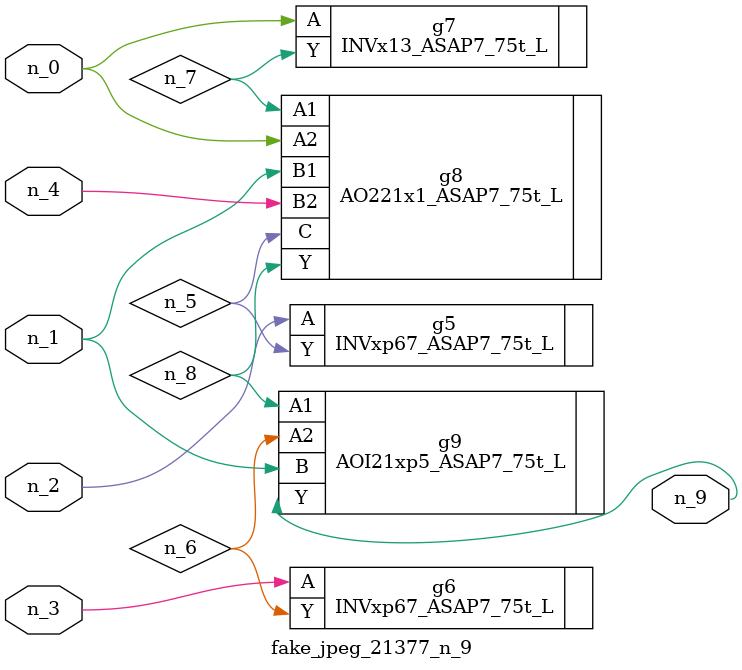
<source format=v>
module fake_jpeg_21377_n_9 (n_3, n_2, n_1, n_0, n_4, n_9);

input n_3;
input n_2;
input n_1;
input n_0;
input n_4;

output n_9;

wire n_8;
wire n_6;
wire n_5;
wire n_7;

INVxp67_ASAP7_75t_L g5 ( 
.A(n_2),
.Y(n_5)
);

INVxp67_ASAP7_75t_L g6 ( 
.A(n_3),
.Y(n_6)
);

INVx13_ASAP7_75t_L g7 ( 
.A(n_0),
.Y(n_7)
);

AO221x1_ASAP7_75t_L g8 ( 
.A1(n_7),
.A2(n_0),
.B1(n_1),
.B2(n_4),
.C(n_5),
.Y(n_8)
);

AOI21xp5_ASAP7_75t_L g9 ( 
.A1(n_8),
.A2(n_6),
.B(n_1),
.Y(n_9)
);


endmodule
</source>
